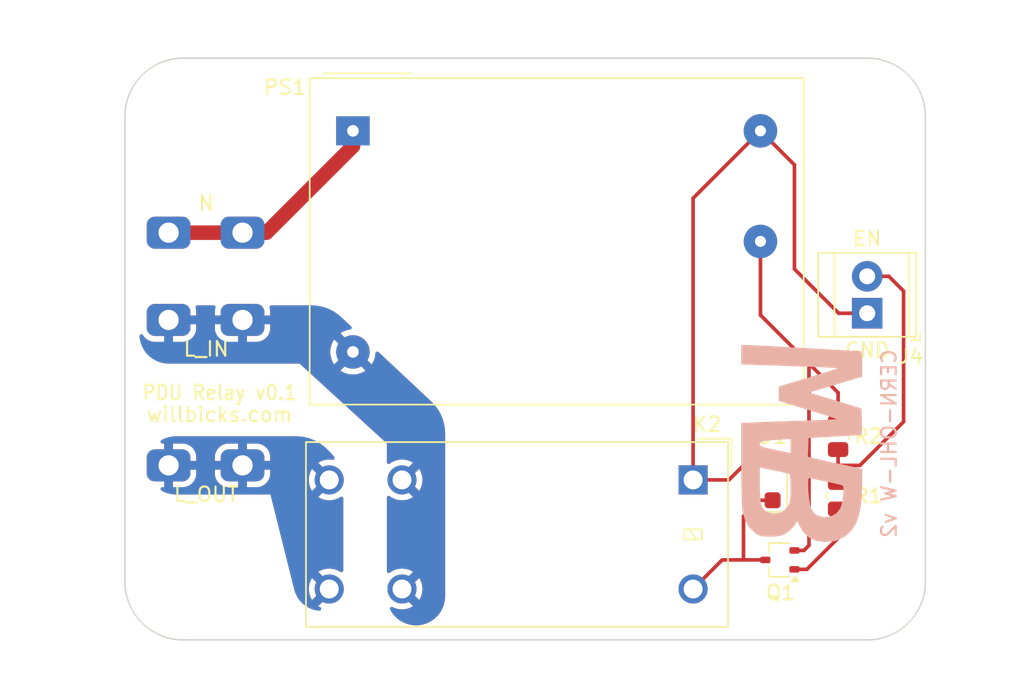
<source format=kicad_pcb>
(kicad_pcb (version 20240108) (generator "pcbnew") (generator_version "8.0")
  (title_block (title "Will Bicks") (date "2024-02-24") (rev "v0.1") (company "PDU Relay Module"))
  (layers (0 "F.Cu" signal) (31 "B.Cu" signal) (34 "B.Paste" user) (35 "F.Paste" user) (36 "B.SilkS" user "B.Silkscreen") (37 "F.SilkS" user "F.Silkscreen") (38 "B.Mask" user) (39 "F.Mask" user) (44 "Edge.Cuts" user))
  (net 0 "")
  (net 1 "Net-(D1-K)")
  (net 2 "GND")
  (net 3 "/L_IN")
  (net 4 "/N")
  (net 5 "/L_OUT")
  (net 6 "Net-(J4-Pin_2)")
  (net 7 "+5V")
  (net 8 "Net-(Q1-G)")
  (footprint "MountingHole:MountingHole_3.2mm_M3" (layer "F.Cu") (at 138 59)
    (property "Reference" "H2" (hide yes))
    (property "Value" "M3 Mounting Hole")
    (pad "" np_thru_hole circle (at 0 0) (size 3.2 3.2) (drill 3.2) (layers "*.Cu" "*.Mask"))
  )
  (footprint "MountingHole:MountingHole_3.2mm_M3" (layer "F.Cu") (at 138 91)
    (property "Reference" "H4" (hide yes))
    (property "Value" "M3 Mounting Hole")
    (pad "" np_thru_hole circle (at 0 0) (size 3.2 3.2) (drill 3.2) (layers "*.Cu" "*.Mask"))
  )
  (footprint "TerminalBlock_TE-Connectivity:TerminalBlock_TE_282834-2_1x02_P2.54mm_Horizontal" (layer "F.Cu") (at 138 72.54 90)
    (property "Reference" "J4" (at -2.96 3 0) (layer "F.SilkS"))
    (property "Value" "EXT_ON")
    (fp_line (start 4.16 -3.37) (end 4.16 3.37) (stroke (width 0.12)) (layer "F.SilkS"))
    (fp_line (start -1.62 -3.37) (end 4.16 -3.37) (stroke (width 0.12)) (layer "F.SilkS"))
    (fp_line (start -1.62 -3.37) (end -1.62 3.37) (stroke (width 0.12)) (layer "F.SilkS"))
    (fp_line (start -1.62 -2.25) (end 4.16 -2.25) (stroke (width 0.12)) (layer "F.SilkS"))
    (fp_line (start -1.62 2.85) (end 4.16 2.85) (stroke (width 0.12)) (layer "F.SilkS"))
    (fp_line (start -1.86 2.97) (end -1.86 3.61) (stroke (width 0.12)) (layer "F.SilkS"))
    (fp_line (start -1.62 3.37) (end 4.16 3.37) (stroke (width 0.12)) (layer "F.SilkS"))
    (fp_line (start -1.86 3.61) (end -1.46 3.61) (stroke (width 0.12)) (layer "F.SilkS"))
    (pad "1" thru_hole rect (at 0 0 90) (size 2.1 2.1) (drill 1.1) (layers "*.Cu" "*.Mask") (net 2 "GND"))
    (pad "2" thru_hole circle (at 2.54 0 90) (size 2.1 2.1) (drill 1.1) (layers "*.Cu" "*.Mask") (net 6 "Net-(J4-Pin_2)"))
  )
  (footprint "Resistor_SMD:R_0805_2012Metric" (layer "F.Cu") (at 136 81 -90)
    (property "Reference" "R2" (at 0 -1 180) (layer "F.SilkS") (effects (justify left)))
    (property "Value" "47k")
    (fp_line (start -0.227064 0.735) (end 0.227064 0.735) (stroke (width 0.12)) (layer "F.SilkS"))
    (fp_line (start -0.227064 -0.735) (end 0.227064 -0.735) (stroke (width 0.12)) (layer "F.SilkS"))
    (pad "1" smd roundrect (at -0.9125 0 270) (size 1.025 1.4) (layers "F.Cu" "F.Paste" "F.Mask") (roundrect_rratio 0.243902439) (net 7 "+5V"))
    (pad "2" smd roundrect (at 0.9125 0 270) (size 1.025 1.4) (layers "F.Cu" "F.Paste" "F.Mask") (roundrect_rratio 0.243902439) (net 6 "Net-(J4-Pin_2)"))
  )
  (footprint "Relay_THT:Relay_SPST_Omron_G2RL-1A-E" (layer "F.Cu") (at 126.0375 84 -90)
    (property "Reference" "K2" (at -3.8125 -0.9625 180) (layer "F.SilkS"))
    (property "Value" "G2RL-1A-E DC5")
    (fp_line (start -2.6 26.6) (end 10.1 26.6) (stroke (width 0.12)) (layer "F.SilkS"))
    (fp_line (start 10.1 26.6) (end 10.1 -2.4) (stroke (width 0.12)) (layer "F.SilkS"))
    (fp_line (start 3.4 0.6) (end 4.1 0.6) (stroke (width 0.12)) (layer "F.SilkS"))
    (fp_line (start 4.1 0.6) (end 4.1 -0.6) (stroke (width 0.12)) (layer "F.SilkS"))
    (fp_line (start 3.4 0.2) (end 4.1 -0.2) (stroke (width 0.12)) (layer "F.SilkS"))
    (fp_line (start -2.84 -0.3) (end -2.84 -2.64) (stroke (width 0.12)) (layer "F.SilkS"))
    (fp_line (start 3.4 -0.6) (end 3.4 0.6) (stroke (width 0.12)) (layer "F.SilkS"))
    (fp_line (start 4.1 -0.6) (end 3.4 -0.6) (stroke (width 0.12)) (layer "F.SilkS"))
    (fp_line (start -2.6 -2.4) (end -2.6 26.6) (stroke (width 0.12)) (layer "F.SilkS"))
    (fp_line (start 10.1 -2.4) (end -2.6 -2.4) (stroke (width 0.12)) (layer "F.SilkS"))
    (fp_line (start -2.84 -2.64) (end -0.65 -2.64) (stroke (width 0.12)) (layer "F.SilkS"))
    (pad "13" thru_hole circle (at 0 20 270) (size 2 2) (drill 1.3) (layers "*.Cu" "*.Mask") (net 3 "/L_IN"))
    (pad "13" thru_hole circle (at 7.5 20 270) (size 2 2) (drill 1.3) (layers "*.Cu" "*.Mask") (net 3 "/L_IN"))
    (pad "14" thru_hole circle (at 0 25 270) (size 2 2) (drill 1.3) (layers "*.Cu" "*.Mask") (net 5 "/L_OUT"))
    (pad "14" thru_hole circle (at 7.5 25 270) (size 2 2) (drill 1.3) (layers "*.Cu" "*.Mask") (net 5 "/L_OUT"))
    (pad "A1" thru_hole rect (at 0 0 270) (size 2 2) (drill 1.3) (layers "*.Cu" "*.Mask") (net 2 "GND"))
    (pad "A2" thru_hole circle (at 7.5 0 270) (size 2 2) (drill 1.3) (layers "*.Cu" "*.Mask") (net 1 "Net-(D1-K)"))
  )
  (footprint "MountingHole:MountingHole_3.2mm_M3" (layer "F.Cu") (at 91 59)
    (property "Reference" "H1" (hide yes))
    (property "Value" "M3 Mounting Hole")
    (pad "" np_thru_hole circle (at 0 0) (size 3.2 3.2) (drill 3.2) (layers "*.Cu" "*.Mask"))
  )
  (footprint "MountingHole:MountingHole_3.2mm_M3" (layer "F.Cu") (at 91 91)
    (property "Reference" "H3" (hide yes))
    (property "Value" "M3 Mounting Hole")
    (pad "" np_thru_hole circle (at 0 0) (size 3.2 3.2) (drill 3.2) (layers "*.Cu" "*.Mask"))
  )
  (footprint "Package_TO_SOT_SMD:SOT-323_SC-70" (layer "F.Cu") (at 132 89.5 180)
    (property "Reference" "Q1" (at -0.05 -2.25 180) (layer "F.SilkS"))
    (property "Value" "BSS84PW")
    (fp_line (start 0.73 0.5) (end 0.73 1.16) (stroke (width 0.12)) (layer "F.SilkS"))
    (fp_line (start 0.73 -1.16) (end 0.73 -0.5) (stroke (width 0.12)) (layer "F.SilkS"))
    (fp_line (start -0.68 1.16) (end 0.73 1.16) (stroke (width 0.12)) (layer "F.SilkS"))
    (fp_line (start -0.68 -1.16) (end 0.73 -1.16) (stroke (width 0.12)) (layer "F.SilkS"))
    (fp_poly (pts (xy -1.05 -1.14) (xy -1.29 -1.47) (xy -0.81 -1.47) (xy -1.05 -1.14)) (stroke (width 0.12)) (fill solid) (layer "F.SilkS"))
    (pad "1" smd roundrect (at -1 -0.65 90) (size 0.45 0.7) (layers "F.Cu" "F.Paste" "F.Mask") (net 8 "Net-(Q1-G)"))
    (pad "2" smd roundrect (at -1 0.65 90) (size 0.45 0.7) (layers "F.Cu" "F.Paste" "F.Mask") (net 7 "+5V"))
    (pad "3" smd roundrect (at 1 0 90) (size 0.45 0.7) (layers "F.Cu" "F.Paste" "F.Mask") (net 1 "Net-(D1-K)"))
  )
  (footprint "Diode_SMD:D_SOD-123F" (layer "F.Cu") (at 131.5 84 90)
    (property "Reference" "D1" (at 3 0 0) (layer "F.SilkS"))
    (property "Value" "1N4448W")
    (fp_line (start -2.21 -1) (end 1.65 -1) (stroke (width 0.12)) (layer "F.SilkS"))
    (fp_line (start -2.21 -1) (end -2.21 1) (stroke (width 0.12)) (layer "F.SilkS"))
    (fp_line (start -2.21 1) (end 1.65 1) (stroke (width 0.12)) (layer "F.SilkS"))
    (pad "1" smd roundrect (at -1.4 0 90) (size 1.1 1.1) (layers "F.Cu" "F.Paste" "F.Mask") (roundrect_rratio 0.2272727273) (net 1 "Net-(D1-K)"))
    (pad "2" smd roundrect (at 1.4 0 90) (size 1.1 1.1) (layers "F.Cu" "F.Paste" "F.Mask") (roundrect_rratio 0.2272727273) (net 2 "GND"))
  )
  (footprint "Connector_Spade:Keystone_4966" (layer "F.Cu") (at 92.54 73 180)
    (property "Reference" "J1" (hide yes))
    (property "Value" "L_IN" (at -0.04 -2 0) (layer "F.SilkS"))
    (pad "1" thru_hole roundrect (at -2.54 0 180) (size 3 2.2) (drill 1.39) (layers "*.Cu" "*.Mask") (net 3 "/L_IN"))
    (pad "1" thru_hole roundrect (at 2.54 0 180) (size 3 2.2) (drill 1.39) (layers "*.Cu" "*.Mask") (net 3 "/L_IN"))
  )
  (footprint "Converter_ACDC:Converter_ACDC_MeanWell_IRM-02-xx_THT" (layer "F.Cu") (at 102.665 60)
    (property "Reference" "PS1" (at -4.665 -3 0) (layer "F.SilkS"))
    (property "Value" "IRM-01-5")
    (fp_line (start -2.97 -3.62) (end 30.97 -3.62) (stroke (width 0.12)) (layer "F.SilkS"))
    (fp_line (start -2.97 18.82) (end -2.97 -3.62) (stroke (width 0.12)) (layer "F.SilkS"))
    (fp_line (start -2.97 18.82) (end 30.97 18.82) (stroke (width 0.12)) (layer "F.SilkS"))
    (fp_line (start -2 -3.95) (end 4 -3.95) (stroke (width 0.12)) (layer "F.SilkS"))
    (fp_line (start 30.97 -3.62) (end 30.97 18.82) (stroke (width 0.12)) (layer "F.SilkS"))
    (pad "1" thru_hole rect (at 0 0) (size 2.3 2) (drill 0.8) (layers "*.Cu" "*.Mask") (net 4 "/N"))
    (pad "2" thru_hole circle (at 0 15.2) (size 2.3 2.3) (drill 0.8) (layers "*.Cu" "*.Mask") (net 3 "/L_IN"))
    (pad "3" thru_hole circle (at 28 0) (size 2.3 2.3) (drill 0.76) (layers "*.Cu" "*.Mask") (net 2 "GND"))
    (pad "4" thru_hole circle (at 28 7.6) (size 2.3 2.3) (drill 0.76) (layers "*.Cu" "*.Mask") (net 7 "+5V"))
  )
  (footprint "Connector_Spade:Keystone_4966" (layer "F.Cu") (at 92.54 67 180)
    (property "Reference" "J2" (hide yes))
    (property "Value" "N" (at -0.039999 2.000001 0) (layer "F.SilkS"))
    (pad "1" thru_hole roundrect (at -2.54 0 180) (size 3 2.2) (drill 1.39) (layers "*.Cu" "*.Mask") (net 4 "/N"))
    (pad "1" thru_hole roundrect (at 2.54 0 180) (size 3 2.2) (drill 1.39) (layers "*.Cu" "*.Mask") (net 4 "/N"))
  )
  (footprint "Connector_Spade:Keystone_4966" (layer "F.Cu") (at 92.54 83 180)
    (property "Reference" "J3" (hide yes))
    (property "Value" "L_OUT" (at -0.04 -2 0) (layer "F.SilkS"))
    (pad "1" thru_hole roundrect (at -2.54 0 180) (size 3 2.2) (drill 1.39) (layers "*.Cu" "*.Mask") (net 5 "/L_OUT"))
    (pad "1" thru_hole roundrect (at 2.54 0 180) (size 3 2.2) (drill 1.39) (layers "*.Cu" "*.Mask") (net 5 "/L_OUT"))
  )
  (footprint "Resistor_SMD:R_0805_2012Metric" (layer "F.Cu") (at 136 85.0875 90)
    (property "Reference" "R1" (at 0 1 0) (layer "F.SilkS") (effects (justify left)))
    (property "Value" "470")
    (fp_line (start -0.227064 -0.735) (end 0.227064 -0.735) (stroke (width 0.12)) (layer "F.SilkS"))
    (fp_line (start -0.227064 0.735) (end 0.227064 0.735) (stroke (width 0.12)) (layer "F.SilkS"))
    (pad "1" smd roundrect (at -0.9125 0 90) (size 1.025 1.4) (layers "F.Cu" "F.Paste" "F.Mask") (roundrect_rratio 0.243902439) (net 8 "Net-(Q1-G)"))
    (pad "2" smd roundrect (at 0.9125 0 90) (size 1.025 1.4) (layers "F.Cu" "F.Paste" "F.Mask") (roundrect_rratio 0.243902439) (net 6 "Net-(J4-Pin_2)"))
  )
  (footprint "Bicks_Branding:logo_sma" (layer "B.Cu") (at 133.669334 82.603235 -90)
    (property "Reference" "G***" (hide yes))
    (property "Value" "LOGO" (hide yes))
    (fp_poly (pts (xy -6.43464 0.972874) (xy -6.409332 0.240934) (xy -6.384148 -0.433815) (xy -6.35989 -1.033625) (xy -6.33736 -1.540749) (xy -6.317359 -1.93744) (xy -6.300691 -2.205949) (xy -6.288157 -2.328529) (xy -6.285199 -2.334088) (xy -6.251107 -2.245834) (xy -6.175326 -2.017742) (xy -6.064923 -1.672134) (xy -5.926965 -1.231336) (xy -5.768517 -0.71767) (xy -5.635049 -0.280128) (xy -5.023064 1.735667) (xy -4.035581 1.735667) (xy -3.435957 -0.228227) (xy -3.267168 -0.776448) (xy -3.112647 -1.269618) (xy -2.979747 -1.684971) (xy -2.875819 -1.999739) (xy -2.808217 -2.191155) (xy -2.786398 -2.239607) (xy -2.770568 -2.172159) (xy -2.752271 -1.957507) (xy -2.73265 -1.617742) (xy -2.712846 -1.174956) (xy -2.694002 -0.651238) (xy -2.680445 -0.191046) (xy -2.661587 0.476428) (xy -2.647553 0.931334) (xy -1.416724 0.931334) (xy -0.440929 0.931334) (xy -0.644991 1.883834) (xy -0.743852 2.342971) (xy -0.816587 2.662086) (xy -0.872971 2.86664) (xy -0.92278 2.982094) (xy -0.975786 3.03391) (xy -1.041766 3.04755) (xy -1.091917 3.048) (xy 0.538179 3.048) (xy 0.73641 2.0955) (xy 0.818585 1.707053) (xy 0.891244 1.375314) (xy 0.945946 1.138091) (xy 0.972663 1.037167) (xy 1.048773 0.986552) (xy 1.245481 0.95335) (xy 1.579947 0.935739) (xy 1.965843 0.93165) (xy 2.408241 0.936514) (xy 2.719787 0.95421) (xy 2.938787 0.98991) (xy 3.103548 1.048787) (xy 3.192056 1.097239) (xy 3.500461 1.376213) (xy 3.678379 1.735611) (xy 3.714942 2.136006) (xy 3.599284 2.537967) (xy 3.59271 2.550875) (xy 3.471027 2.730784) (xy 3.302416 2.863175) (xy 3.0622 2.95457) (xy 2.725704 3.011487) (xy 2.268252 3.040445) (xy 1.711142 3.048) (xy 0.538179 3.048) (xy -1.091917 3.048) (xy -1.168208 3.028716) (xy -1.227119 2.956108) (xy -1.272933 2.808049) (xy -1.309931 2.562409) (xy -1.342398 2.19706) (xy -1.374615 1.689873) (xy -1.382753 1.545167) (xy -1.416724 0.931334) (xy -2.647553 0.931334) (xy -2.640238 1.168444) (xy -2.617886 1.840944) (xy -2.596015 2.449872) (xy -2.576113 2.951171) (xy -2.569044 3.111501) (xy -2.51366 4.318001) (xy 0.297947 4.318001) (xy 0.994345 4.315437) (xy 1.656046 4.308168) (xy 2.258896 4.296825) (xy 2.778741 4.28204) (xy 3.191427 4.264443) (xy 3.472799 4.244666) (xy 3.565611 4.232577) (xy 4.173017 4.054548) (xy 4.66844 3.773516) (xy 5.034053 3.399622) (xy 5.036892 3.395592) (xy 5.165677 3.196758) (xy 5.241961 3.017404) (xy 5.279252 2.801672) (xy 5.291055 2.493701) (xy 5.291667 2.341885) (xy 5.282692 1.959944) (xy 5.247772 1.686453) (xy 5.174911 1.461103) (xy 5.078474 1.27) (xy 4.881422 0.994479) (xy 4.636568 0.74978) (xy 4.541989 0.679579) (xy 4.218696 0.470158) (xy 4.543515 0.330536) (xy 5.011521 0.044518) (xy 5.359662 -0.349377) (xy 5.580732 -0.832605) (xy 5.667525 -1.386623) (xy 5.612835 -1.99289) (xy 5.547574 -2.253164) (xy 5.307574 -2.771892) (xy 4.927972 -3.207419) (xy 4.425694 -3.541147) (xy 4.337694 -3.58268) (xy 3.885653 -3.748558) (xy 3.363364 -3.866338) (xy 2.742739 -3.940147) (xy 1.995693 -3.974113) (xy 1.651 -3.977475) (xy 0.635 -3.978971) (xy 0.395317 -2.857318) (xy 0.287283 -2.356222) (xy 0.172889 -1.83306) (xy 0.066151 -1.351531) (xy -0.01522 -0.991422) (xy -0.16958 -0.319026) (xy 1.27 -0.319026) (xy 1.28715 -0.433863) (xy 1.333042 -0.674631) (xy 1.399343 -1.002037) (xy 1.477719 -1.37679) (xy 1.559833 -1.759595) (xy 1.637353 -2.11116) (xy 1.701944 -2.392193) (xy 1.745271 -2.563399) (xy 1.748025 -2.572679) (xy 1.789645 -2.653618) (xy 1.877472 -2.696107) (xy 2.049503 -2.706424) (xy 2.343737 -2.690845) (xy 2.426356 -2.684739) (xy 2.819841 -2.634429) (xy 3.167505 -2.553194) (xy 3.361739 -2.478452) (xy 3.69698 -2.21665) (xy 3.899537 -1.857238) (xy 3.959665 -1.419049) (xy 3.954556 -1.332642) (xy 3.86246 -0.9364) (xy 3.652885 -0.650248) (xy 3.324093 -0.453232) (xy 3.127696 -0.397823) (xy 2.83713 -0.348789) (xy 2.490917 -0.308646) (xy 2.127582 -0.279912) (xy 1.785648 -0.265103) (xy 1.503639 -0.266736) (xy 1.320078 -0.287329) (xy 1.27 -0.319026) (xy -0.16958 -0.319026) (xy -0.186074 -0.247178) (xy -0.83387 -0.271755) (xy -1.481666 -0.296333) (xy -1.579913 -1.947333) (xy -1.610865 -2.470759) (xy -1.638612 -2.946193) (xy -1.661448 -3.343882) (xy -1.677664 -3.634074) (xy -1.685554 -3.787017) (xy -1.685746 -3.791697) (xy -1.695372 -3.876796) (xy -1.736271 -3.931367) (xy -1.838505 -3.960965) (xy -2.032136 -3.971145) (xy -2.347227 -3.967459) (xy -2.602268 -3.961031) (xy -3.511202 -3.937) (xy -3.940236 -2.54) (xy -4.091644 -2.046574) (xy -4.235039 -1.578504) (xy -4.359041 -1.172993) (xy -4.452269 -0.867246) (xy -4.491801 -0.736889) (xy -4.614333 -0.330779) (xy -5.156834 -2.155056) (xy -5.699336 -3.979333) (xy -6.575001 -3.979333) (xy -6.998729 -3.9732) (xy -7.272854 -3.953245) (xy -7.416712 -3.91713) (xy -7.45104 -3.8735) (xy -7.455874 -3.768988) (xy -7.469541 -3.513346) (xy -7.49103 -3.12449) (xy -7.519334 -2.620338) (xy -7.553443 -2.018806) (xy -7.592347 -1.337812) (xy -7.635038 -0.595271) (xy -7.662088 -0.127) (xy -7.706969 0.657595) (xy -7.748613 1.402952) (xy -7.785981 2.089196) (xy -7.818034 2.696458) (xy -7.843734 3.204863) (xy -7.862041 3.59454) (xy -7.871919 3.845616) (xy -7.873381 3.915834) (xy -7.874 4.318) (xy -7.209958 4.318001) (xy -6.545916 4.318001) (xy -6.43464 0.972874)) (stroke (width 0.01)) (fill solid) (layer "B.SilkS"))
  )
  (gr_line (start 138 95) (end 91 95) (stroke (width 0.1)) (layer "Edge.Cuts"))
  (gr_line (start 91 55) (end 138 55) (stroke (width 0.1)) (layer "Edge.Cuts"))
  (gr_arc (start 142 91) (mid 140.828427 93.828427) (end 138 95) (stroke (width 0.1)) (layer "Edge.Cuts"))
  (gr_arc (start 138 55) (mid 140.828427 56.171573) (end 142 59) (stroke (width 0.1)) (layer "Edge.Cuts"))
  (gr_line (start 87 91) (end 87 59) (stroke (width 0.1)) (layer "Edge.Cuts"))
  (gr_arc (start 87 59) (mid 88.171573 56.171573) (end 91 55) (stroke (width 0.1)) (layer "Edge.Cuts"))
  (gr_line (start 142 59) (end 142 91) (stroke (width 0.1)) (layer "Edge.Cuts"))
  (gr_arc (start 91 95) (mid 88.171573 93.828427) (end 87 91) (stroke (width 0.1)) (layer "Edge.Cuts"))
  (gr_text "CERN-OHL-W v2" (at 139.5 81.5 90) (layer "B.SilkS") (effects (font (size 1 1)) (justify mirror)))
  (gr_text "willbicks.com" (at 93.5 79.5 0) (layer "F.SilkS") (effects (font (size 1 1))))
  (gr_text "PDU Relay v0.1" (at 93.5 78 0) (layer "F.SilkS") (effects (font (size 1 0.9))))
  (gr_text "EN\n" (at 138 68 0) (layer "F.SilkS") (effects (font (size 1 1)) (justify bottom)))
  (gr_text "GND" (at 138 74.5 0) (layer "F.SilkS") (effects (font (size 1 1)) (justify top)))
  (segment (start 129.5 86.5) (end 129.5 89.5) (width 0.25) (layer "F.Cu") (net 1))
  (segment (start 130.6 85.4) (end 129.5 86.5) (width 0.25) (layer "F.Cu") (net 1))
  (segment (start 129.5 89.5) (end 131 89.5) (width 0.25) (layer "F.Cu") (net 1))
  (segment (start 131.5 85.4) (end 130.6 85.4) (width 0.25) (layer "F.Cu") (net 1))
  (segment (start 126.0375 91.5) (end 128.0375 89.5) (width 0.25) (layer "F.Cu") (net 1))
  (segment (start 128.0375 89.5) (end 129.5 89.5) (width 0.25) (layer "F.Cu") (net 1))
  (segment (start 126.0375 84) (end 126.0375 64.6275) (width 0.25) (layer "F.Cu") (net 2))
  (segment (start 136.04 72.54) (end 133 69.5) (width 0.25) (layer "F.Cu") (net 2))
  (segment (start 128.5 84) (end 126.0375 84) (width 0.25) (layer "F.Cu") (net 2))
  (segment (start 138 72.54) (end 136.04 72.54) (width 0.25) (layer "F.Cu") (net 2))
  (segment (start 131.5 82.6) (end 129.9 82.6) (width 0.25) (layer "F.Cu") (net 2))
  (segment (start 133 69.5) (end 133 62.335) (width 0.25) (layer "F.Cu") (net 2))
  (segment (start 133 62.335) (end 130.665 60) (width 0.25) (layer "F.Cu") (net 2))
  (segment (start 126.0375 64.6275) (end 130.665 60) (width 0.25) (layer "F.Cu") (net 2))
  (segment (start 129.9 82.6) (end 128.5 84) (width 0.25) (layer "F.Cu") (net 2))
  (segment (start 96.72 67) (end 102.665 61.055) (width 1) (layer "F.Cu") (net 4))
  (segment (start 102.61 61) (end 102.665 61.055) (width 1) (layer "F.Cu") (net 4))
  (segment (start 90 67) (end 95.08 67) (width 1) (layer "F.Cu") (net 4))
  (segment (start 95.08 67) (end 96.72 67) (width 1) (layer "F.Cu") (net 4))
  (segment (start 140.5 80) (end 137.5 83) (width 0.25) (layer "F.Cu") (net 6))
  (segment (start 136 81.9125) (end 136 83) (width 0.25) (layer "F.Cu") (net 6))
  (segment (start 140.5 71.015076) (end 140.5 80) (width 0.25) (layer "F.Cu") (net 6))
  (segment (start 139.484924 70) (end 140.5 71.015076) (width 0.25) (layer "F.Cu") (net 6))
  (segment (start 138 70) (end 139.484924 70) (width 0.25) (layer "F.Cu") (net 6))
  (segment (start 136 83) (end 136 84.175) (width 0.25) (layer "F.Cu") (net 6))
  (segment (start 137.5 83) (end 136 83) (width 0.25) (layer "F.Cu") (net 6))
  (segment (start 133.65 88.85) (end 134 88.5) (width 0.25) (layer "F.Cu") (net 7))
  (segment (start 136 78) (end 134 76) (width 0.25) (layer "F.Cu") (net 7))
  (segment (start 130.665 72.665) (end 130.665 67.6) (width 0.25) (layer "F.Cu") (net 7))
  (segment (start 133 88.85) (end 133.65 88.85) (width 0.25) (layer "F.Cu") (net 7))
  (segment (start 136 80.0875) (end 136 78) (width 0.25) (layer "F.Cu") (net 7))
  (segment (start 134 88.5) (end 134 76) (width 0.25) (layer "F.Cu") (net 7))
  (segment (start 134 76) (end 130.665 72.665) (width 0.25) (layer "F.Cu") (net 7))
  (segment (start 136 86) (end 136 88) (width 0.25) (layer "F.Cu") (net 8))
  (segment (start 136 88) (end 133.85 90.15) (width 0.25) (layer "F.Cu") (net 8))
  (segment (start 133.85 90.15) (end 133 90.15) (width 0.25) (layer "F.Cu") (net 8))
  (zone (net 3) (net_name "/L_IN") (layers "F&B.Cu") (connect_pads (clearance 0.5)) (min_thickness 0.25) (fill yes (thermal_gap 0.4) (thermal_bridge_width 0.6) (smoothing fillet) (radius 3))
    (polygon (pts (xy 88 72) (xy 88 76) (xy 99 76) (xy 105 81.5) (xy 105 94) (xy 109 94) (xy 109 79.5) (xy 101 72)))
  )
  (zone (net 5) (net_name "/L_OUT") (layers "F&B.Cu") (connect_pads (clearance 0.5)) (min_thickness 0.25) (fill yes (thermal_gap 0.4) (thermal_bridge_width 0.6) (smoothing fillet) (radius 3))
    (polygon (pts (xy 100 81) (xy 97 81) (xy 88.5 81) (xy 88.5 85) (xy 97 85) (xy 99 93) (xy 102 93) (xy 102 83)))
  )
)
</source>
